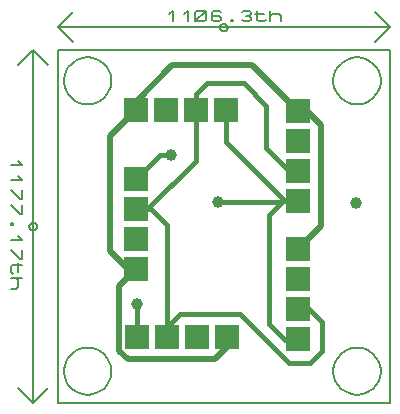
<source format=gbr>
G04 PROTEUS GERBER X2 FILE*
%TF.GenerationSoftware,Labcenter,Proteus,8.12-SP2-Build31155*%
%TF.CreationDate,2022-11-22T15:15:40+00:00*%
%TF.FileFunction,Copper,L2,Bot*%
%TF.FilePolarity,Positive*%
%TF.Part,Single*%
%TF.SameCoordinates,{db666e91-7e64-407d-bbc7-fed632b84bd4}*%
%FSLAX45Y45*%
%MOMM*%
G01*
%TA.AperFunction,Conductor*%
%ADD16C,0.500000*%
%ADD10C,0.400000*%
%ADD17C,0.203200*%
%TA.AperFunction,ViaPad*%
%ADD11C,1.000000*%
%TA.AperFunction,ComponentPad*%
%ADD13R,2.032000X2.032000*%
%TA.AperFunction,Profile*%
%ADD14C,0.203200*%
%TA.AperFunction,NonMaterial*%
%ADD15C,0.203200*%
%TD.AperFunction*%
D16*
X-4150000Y+3490000D02*
X-4368682Y+3271318D01*
X-4368682Y+2295979D01*
X-4212703Y+2140000D01*
X-4150000Y+2140000D01*
X-2780000Y+3480000D02*
X-2700000Y+3480000D01*
X-2580000Y+3360000D01*
X-2580000Y+2510000D01*
X-2780000Y+2310000D01*
X-4150000Y+2140000D02*
X-4290000Y+2000000D01*
X-4290000Y+1450000D01*
X-4220000Y+1380000D01*
X-3479999Y+1380000D01*
X-3380000Y+1479999D01*
X-3380000Y+1570000D01*
D10*
X-4150000Y+2648000D02*
X-4052000Y+2648000D01*
X-3642000Y+3415020D02*
X-3642000Y+3490000D01*
X-4052000Y+2648000D02*
X-3642000Y+3058000D01*
X-3642000Y+3415020D01*
D16*
X-4150000Y+3490000D02*
X-4150000Y+3560000D01*
X-3840000Y+3870000D01*
X-3170000Y+3870000D01*
X-2780000Y+3480000D01*
D10*
X-3642000Y+3490000D02*
X-3642000Y+3625493D01*
X-3551906Y+3715587D01*
X-3236004Y+3715587D01*
X-3045533Y+3525116D01*
X-3045533Y+3166754D01*
X-2850796Y+2972017D01*
X-2780000Y+2972000D01*
X-4052000Y+2648000D02*
X-4017671Y+2648000D01*
X-3884753Y+2515082D01*
X-3884753Y+1779236D01*
X-3884753Y+1665247D01*
X-3388000Y+3490000D02*
X-3388000Y+3218000D01*
X-2888000Y+2718000D01*
D17*
X-3884753Y+1573247D02*
X-3888000Y+1570000D01*
D10*
X-2780000Y+1802000D02*
X-2682320Y+1802000D01*
X-2574571Y+1694251D01*
X-2574571Y+1447343D01*
X-2674385Y+1347529D01*
X-2857530Y+1347529D01*
X-3269918Y+1759917D01*
X-3780083Y+1759917D01*
X-3884753Y+1655247D01*
X-3884753Y+1573247D01*
X-3884753Y+1665247D02*
X-3884753Y+1655247D01*
X-4150000Y+2902000D02*
X-3942000Y+3110000D01*
X-3850000Y+3110000D01*
X-3453037Y+2715293D02*
X-2908895Y+2715293D01*
D17*
X-2785169Y+2715293D01*
X-2782462Y+2718000D01*
X-2774652Y+2725810D01*
X-2780000Y+2720462D01*
X-2780000Y+2718000D01*
D10*
X-2888000Y+2718000D02*
X-2782462Y+2718000D01*
X-2780000Y+2718000D01*
X-2888000Y+2718000D02*
X-2906188Y+2718000D01*
X-2908895Y+2715293D01*
X-3021107Y+2603081D01*
X-3021107Y+1675864D01*
X-2889773Y+1544530D01*
X-2783470Y+1544530D01*
X-2780000Y+1548000D01*
X-4142000Y+1570000D02*
X-4142000Y+1849406D01*
X-4143692Y+1851098D01*
D11*
X-3850000Y+3110000D03*
X-3453037Y+2715293D03*
X-4143692Y+1851098D03*
X-2290000Y+2700000D03*
D13*
X-4150000Y+2140000D03*
X-4150000Y+2394000D03*
X-4150000Y+2648000D03*
X-4150000Y+2902000D03*
X-4150000Y+3490000D03*
X-3896000Y+3490000D03*
X-3642000Y+3490000D03*
X-3388000Y+3490000D03*
X-2780000Y+3480000D03*
X-2780000Y+3226000D03*
X-2780000Y+2972000D03*
X-2780000Y+2718000D03*
X-2780000Y+2310000D03*
X-2780000Y+2056000D03*
X-2780000Y+1802000D03*
X-2780000Y+1548000D03*
X-3380000Y+1570000D03*
X-3634000Y+1570000D03*
X-3888000Y+1570000D03*
X-4142000Y+1570000D03*
D14*
X-4810000Y+1010000D02*
X-2000000Y+1010000D01*
X-2000000Y+4000000D01*
X-4810000Y+4000000D01*
X-4810000Y+1010000D01*
D15*
X-4810000Y+4190000D02*
X-2000000Y+4190000D01*
X-4810000Y+4190000D02*
X-4683000Y+4063000D01*
X-4810000Y+4190000D02*
X-4683000Y+4317000D01*
X-2000000Y+4190000D02*
X-2127000Y+4317000D01*
X-2000000Y+4190000D02*
X-2127000Y+4063000D01*
X-3373250Y+4190000D02*
X-3373359Y+4192634D01*
X-3374249Y+4197903D01*
X-3376111Y+4203172D01*
X-3379154Y+4208441D01*
X-3383809Y+4213643D01*
X-3389078Y+4217469D01*
X-3394347Y+4219909D01*
X-3399616Y+4221290D01*
X-3404885Y+4221750D01*
X-3405000Y+4221750D01*
X-3436750Y+4190000D02*
X-3436641Y+4192634D01*
X-3435751Y+4197903D01*
X-3433889Y+4203172D01*
X-3430846Y+4208441D01*
X-3426191Y+4213643D01*
X-3420922Y+4217469D01*
X-3415653Y+4219909D01*
X-3410384Y+4221290D01*
X-3405115Y+4221750D01*
X-3405000Y+4221750D01*
X-3436750Y+4190000D02*
X-3436641Y+4187366D01*
X-3435751Y+4182097D01*
X-3433889Y+4176828D01*
X-3430846Y+4171559D01*
X-3426191Y+4166357D01*
X-3420922Y+4162531D01*
X-3415653Y+4160091D01*
X-3410384Y+4158710D01*
X-3405115Y+4158250D01*
X-3405000Y+4158250D01*
X-3373250Y+4190000D02*
X-3373359Y+4187366D01*
X-3374249Y+4182097D01*
X-3376111Y+4176828D01*
X-3379154Y+4171559D01*
X-3383809Y+4166357D01*
X-3389078Y+4162531D01*
X-3394347Y+4160091D01*
X-3399616Y+4158710D01*
X-3404885Y+4158250D01*
X-3405000Y+4158250D01*
X-3871250Y+4301600D02*
X-3839500Y+4332080D01*
X-3839500Y+4240640D01*
X-3744250Y+4301600D02*
X-3712500Y+4332080D01*
X-3712500Y+4240640D01*
X-3649000Y+4255880D02*
X-3649000Y+4316840D01*
X-3633125Y+4332080D01*
X-3569625Y+4332080D01*
X-3553750Y+4316840D01*
X-3553750Y+4255880D01*
X-3569625Y+4240640D01*
X-3633125Y+4240640D01*
X-3649000Y+4255880D01*
X-3649000Y+4240640D02*
X-3553750Y+4332080D01*
X-3426750Y+4316840D02*
X-3442625Y+4332080D01*
X-3490250Y+4332080D01*
X-3506125Y+4316840D01*
X-3506125Y+4255880D01*
X-3490250Y+4240640D01*
X-3442625Y+4240640D01*
X-3426750Y+4255880D01*
X-3426750Y+4271120D01*
X-3442625Y+4286360D01*
X-3506125Y+4286360D01*
X-3347375Y+4255880D02*
X-3331500Y+4255880D01*
X-3331500Y+4240640D01*
X-3347375Y+4240640D01*
X-3347375Y+4255880D01*
X-3252125Y+4316840D02*
X-3236250Y+4332080D01*
X-3188625Y+4332080D01*
X-3172750Y+4316840D01*
X-3172750Y+4301600D01*
X-3188625Y+4286360D01*
X-3172750Y+4271120D01*
X-3172750Y+4255880D01*
X-3188625Y+4240640D01*
X-3236250Y+4240640D01*
X-3252125Y+4255880D01*
X-3220375Y+4286360D02*
X-3188625Y+4286360D01*
X-3125125Y+4332080D02*
X-3125125Y+4255880D01*
X-3109250Y+4240640D01*
X-3061625Y+4240640D01*
X-3045750Y+4255880D01*
X-3141000Y+4301600D02*
X-3061625Y+4301600D01*
X-2918750Y+4240640D02*
X-2918750Y+4286360D01*
X-2934625Y+4301600D01*
X-2998125Y+4301600D01*
X-3014000Y+4286360D01*
X-3014000Y+4332080D02*
X-3014000Y+4240640D01*
X-5020000Y+4000000D02*
X-5020000Y+1010000D01*
X-5020000Y+4000000D02*
X-5147000Y+3873000D01*
X-5020000Y+4000000D02*
X-4893000Y+3873000D01*
X-5020000Y+1010000D02*
X-4893000Y+1137000D01*
X-5020000Y+1010000D02*
X-5147000Y+1137000D01*
X-4988250Y+2505000D02*
X-4988359Y+2507634D01*
X-4989249Y+2512903D01*
X-4991111Y+2518172D01*
X-4994154Y+2523441D01*
X-4998809Y+2528643D01*
X-5004078Y+2532469D01*
X-5009347Y+2534909D01*
X-5014616Y+2536290D01*
X-5019885Y+2536750D01*
X-5020000Y+2536750D01*
X-5051750Y+2505000D02*
X-5051641Y+2507634D01*
X-5050751Y+2512903D01*
X-5048889Y+2518172D01*
X-5045846Y+2523441D01*
X-5041191Y+2528643D01*
X-5035922Y+2532469D01*
X-5030653Y+2534909D01*
X-5025384Y+2536290D01*
X-5020115Y+2536750D01*
X-5020000Y+2536750D01*
X-5051750Y+2505000D02*
X-5051641Y+2502366D01*
X-5050751Y+2497097D01*
X-5048889Y+2491828D01*
X-5045846Y+2486559D01*
X-5041191Y+2481357D01*
X-5035922Y+2477531D01*
X-5030653Y+2475091D01*
X-5025384Y+2473710D01*
X-5020115Y+2473250D01*
X-5020000Y+2473250D01*
X-4988250Y+2505000D02*
X-4988359Y+2502366D01*
X-4989249Y+2497097D01*
X-4991111Y+2491828D01*
X-4994154Y+2486559D01*
X-4998809Y+2481357D01*
X-5004078Y+2477531D01*
X-5009347Y+2475091D01*
X-5014616Y+2473710D01*
X-5019885Y+2473250D01*
X-5020000Y+2473250D01*
X-5148400Y+3054750D02*
X-5117920Y+3023000D01*
X-5209360Y+3023000D01*
X-5148400Y+2927750D02*
X-5117920Y+2896000D01*
X-5209360Y+2896000D01*
X-5117920Y+2816625D02*
X-5117920Y+2737250D01*
X-5133160Y+2737250D01*
X-5209360Y+2816625D01*
X-5117920Y+2689625D02*
X-5117920Y+2610250D01*
X-5133160Y+2610250D01*
X-5209360Y+2689625D01*
X-5194120Y+2530875D02*
X-5194120Y+2515000D01*
X-5209360Y+2515000D01*
X-5209360Y+2530875D01*
X-5194120Y+2530875D01*
X-5148400Y+2419750D02*
X-5117920Y+2388000D01*
X-5209360Y+2388000D01*
X-5117920Y+2308625D02*
X-5117920Y+2229250D01*
X-5133160Y+2229250D01*
X-5209360Y+2308625D01*
X-5117920Y+2181625D02*
X-5194120Y+2181625D01*
X-5209360Y+2165750D01*
X-5209360Y+2118125D01*
X-5194120Y+2102250D01*
X-5148400Y+2197500D02*
X-5148400Y+2118125D01*
X-5209360Y+1975250D02*
X-5163640Y+1975250D01*
X-5148400Y+1991125D01*
X-5148400Y+2054625D01*
X-5163640Y+2070500D01*
X-5117920Y+2070500D02*
X-5209360Y+2070500D01*
D14*
X-4357360Y+3737440D02*
X-4358020Y+3753679D01*
X-4363385Y+3786159D01*
X-4374585Y+3818639D01*
X-4392809Y+3851119D01*
X-4420676Y+3883445D01*
X-4453156Y+3908149D01*
X-4485636Y+3924137D01*
X-4518116Y+3933552D01*
X-4550596Y+3937326D01*
X-4557360Y+3937440D01*
X-4757360Y+3737440D02*
X-4756700Y+3753679D01*
X-4751335Y+3786159D01*
X-4740135Y+3818639D01*
X-4721911Y+3851119D01*
X-4694044Y+3883445D01*
X-4661564Y+3908149D01*
X-4629084Y+3924137D01*
X-4596604Y+3933552D01*
X-4564124Y+3937326D01*
X-4557360Y+3937440D01*
X-4757360Y+3737440D02*
X-4756700Y+3721201D01*
X-4751335Y+3688721D01*
X-4740135Y+3656241D01*
X-4721911Y+3623761D01*
X-4694044Y+3591435D01*
X-4661564Y+3566731D01*
X-4629084Y+3550743D01*
X-4596604Y+3541328D01*
X-4564124Y+3537554D01*
X-4557360Y+3537440D01*
X-4357360Y+3737440D02*
X-4358020Y+3721201D01*
X-4363385Y+3688721D01*
X-4374585Y+3656241D01*
X-4392809Y+3623761D01*
X-4420676Y+3591435D01*
X-4453156Y+3566731D01*
X-4485636Y+3550743D01*
X-4518116Y+3541328D01*
X-4550596Y+3537554D01*
X-4557360Y+3537440D01*
X-2077360Y+3737440D02*
X-2078020Y+3753679D01*
X-2083385Y+3786159D01*
X-2094585Y+3818639D01*
X-2112809Y+3851119D01*
X-2140676Y+3883445D01*
X-2173156Y+3908149D01*
X-2205636Y+3924137D01*
X-2238116Y+3933552D01*
X-2270596Y+3937326D01*
X-2277360Y+3937440D01*
X-2477360Y+3737440D02*
X-2476700Y+3753679D01*
X-2471335Y+3786159D01*
X-2460135Y+3818639D01*
X-2441911Y+3851119D01*
X-2414044Y+3883445D01*
X-2381564Y+3908149D01*
X-2349084Y+3924137D01*
X-2316604Y+3933552D01*
X-2284124Y+3937326D01*
X-2277360Y+3937440D01*
X-2477360Y+3737440D02*
X-2476700Y+3721201D01*
X-2471335Y+3688721D01*
X-2460135Y+3656241D01*
X-2441911Y+3623761D01*
X-2414044Y+3591435D01*
X-2381564Y+3566731D01*
X-2349084Y+3550743D01*
X-2316604Y+3541328D01*
X-2284124Y+3537554D01*
X-2277360Y+3537440D01*
X-2077360Y+3737440D02*
X-2078020Y+3721201D01*
X-2083385Y+3688721D01*
X-2094585Y+3656241D01*
X-2112809Y+3623761D01*
X-2140676Y+3591435D01*
X-2173156Y+3566731D01*
X-2205636Y+3550743D01*
X-2238116Y+3541328D01*
X-2270596Y+3537554D01*
X-2277360Y+3537440D01*
X-4357360Y+1277440D02*
X-4358020Y+1293679D01*
X-4363385Y+1326159D01*
X-4374585Y+1358639D01*
X-4392809Y+1391119D01*
X-4420676Y+1423445D01*
X-4453156Y+1448149D01*
X-4485636Y+1464137D01*
X-4518116Y+1473552D01*
X-4550596Y+1477326D01*
X-4557360Y+1477440D01*
X-4757360Y+1277440D02*
X-4756700Y+1293679D01*
X-4751335Y+1326159D01*
X-4740135Y+1358639D01*
X-4721911Y+1391119D01*
X-4694044Y+1423445D01*
X-4661564Y+1448149D01*
X-4629084Y+1464137D01*
X-4596604Y+1473552D01*
X-4564124Y+1477326D01*
X-4557360Y+1477440D01*
X-4757360Y+1277440D02*
X-4756700Y+1261201D01*
X-4751335Y+1228721D01*
X-4740135Y+1196241D01*
X-4721911Y+1163761D01*
X-4694044Y+1131435D01*
X-4661564Y+1106731D01*
X-4629084Y+1090743D01*
X-4596604Y+1081328D01*
X-4564124Y+1077554D01*
X-4557360Y+1077440D01*
X-4357360Y+1277440D02*
X-4358020Y+1261201D01*
X-4363385Y+1228721D01*
X-4374585Y+1196241D01*
X-4392809Y+1163761D01*
X-4420676Y+1131435D01*
X-4453156Y+1106731D01*
X-4485636Y+1090743D01*
X-4518116Y+1081328D01*
X-4550596Y+1077554D01*
X-4557360Y+1077440D01*
X-2077360Y+1277440D02*
X-2078020Y+1293679D01*
X-2083385Y+1326159D01*
X-2094585Y+1358639D01*
X-2112809Y+1391119D01*
X-2140676Y+1423445D01*
X-2173156Y+1448149D01*
X-2205636Y+1464137D01*
X-2238116Y+1473552D01*
X-2270596Y+1477326D01*
X-2277360Y+1477440D01*
X-2477360Y+1277440D02*
X-2476700Y+1293679D01*
X-2471335Y+1326159D01*
X-2460135Y+1358639D01*
X-2441911Y+1391119D01*
X-2414044Y+1423445D01*
X-2381564Y+1448149D01*
X-2349084Y+1464137D01*
X-2316604Y+1473552D01*
X-2284124Y+1477326D01*
X-2277360Y+1477440D01*
X-2477360Y+1277440D02*
X-2476700Y+1261201D01*
X-2471335Y+1228721D01*
X-2460135Y+1196241D01*
X-2441911Y+1163761D01*
X-2414044Y+1131435D01*
X-2381564Y+1106731D01*
X-2349084Y+1090743D01*
X-2316604Y+1081328D01*
X-2284124Y+1077554D01*
X-2277360Y+1077440D01*
X-2077360Y+1277440D02*
X-2078020Y+1261201D01*
X-2083385Y+1228721D01*
X-2094585Y+1196241D01*
X-2112809Y+1163761D01*
X-2140676Y+1131435D01*
X-2173156Y+1106731D01*
X-2205636Y+1090743D01*
X-2238116Y+1081328D01*
X-2270596Y+1077554D01*
X-2277360Y+1077440D01*
M02*

</source>
